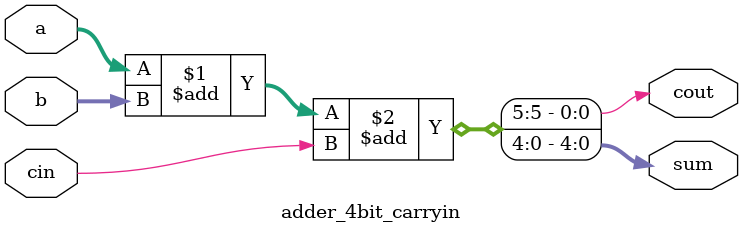
<source format=v>

module count_slow(
    input clk,
    input slowena,
    input reset,
    output reg [3:0] q);

// On the positive edge of the clock:
// if reset is high, reset the output q to 0. 
// Otherwise, only increment the output q if the ena input is high and q is not 9.
// Note that the ena is only considered when the q is not 9.

always @(posedge clk)
 if (reset)
 q = 4'b0000;
 else if (slowena)
 if (q != 4'b1001)
 q = q + 1;
 endmodule


// Design a 10-bit digital adder with carry in and carry out

module adder_4bit_carryin(
	input [3:0] a,
	input [3:0] b,
	input cin,
	output [4:0] sum,
	output cout);

// The carry in is only propagated when the input is high.
// Otherwise the inputs are simply added. 

assign {cout, sum} = a + b + cin;

endmodule

</source>
